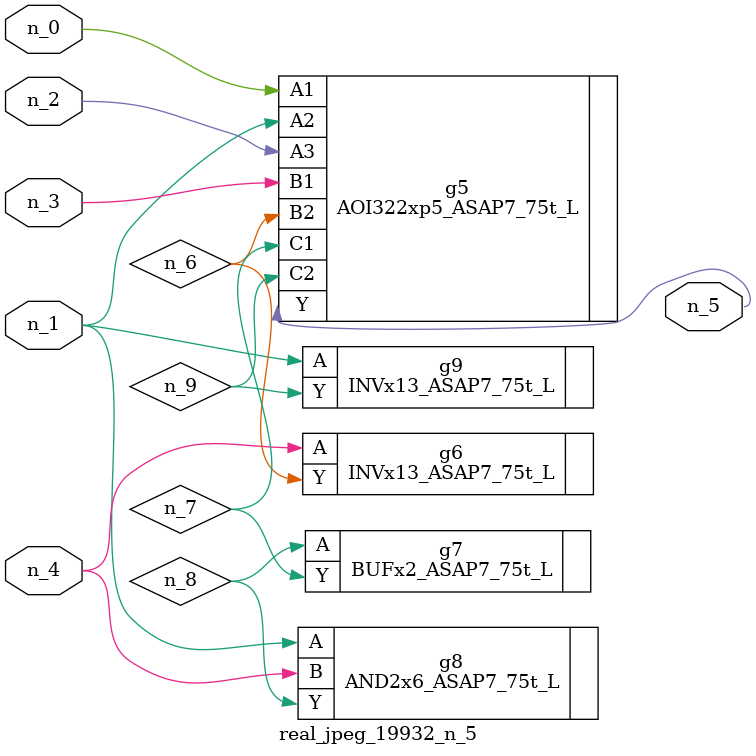
<source format=v>
module real_jpeg_19932_n_5 (n_4, n_0, n_1, n_2, n_3, n_5);

input n_4;
input n_0;
input n_1;
input n_2;
input n_3;

output n_5;

wire n_8;
wire n_6;
wire n_7;
wire n_9;

AOI322xp5_ASAP7_75t_L g5 ( 
.A1(n_0),
.A2(n_1),
.A3(n_2),
.B1(n_3),
.B2(n_6),
.C1(n_7),
.C2(n_9),
.Y(n_5)
);

AND2x6_ASAP7_75t_L g8 ( 
.A(n_1),
.B(n_4),
.Y(n_8)
);

INVx13_ASAP7_75t_L g9 ( 
.A(n_1),
.Y(n_9)
);

INVx13_ASAP7_75t_L g6 ( 
.A(n_4),
.Y(n_6)
);

BUFx2_ASAP7_75t_L g7 ( 
.A(n_8),
.Y(n_7)
);


endmodule
</source>
